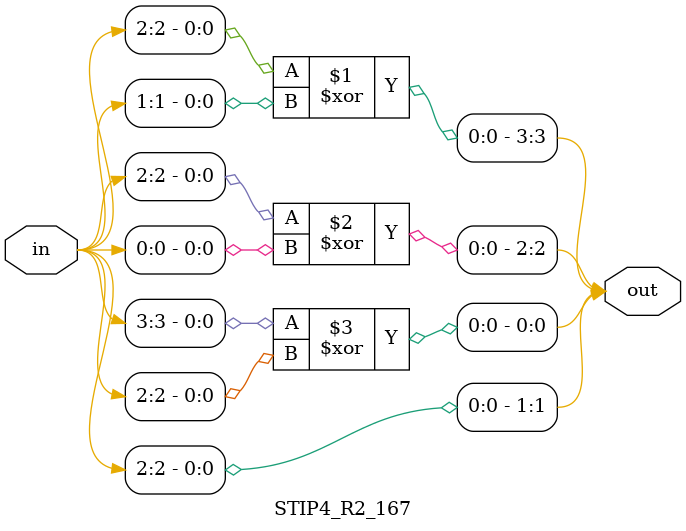
<source format=v>
module  STIP4_R2_167(in,out);
input[3:0] in;
output[3:0] out;
wire[3:0] out;
assign out[3]=in[2]^in[1];
assign out[2]=in[2]^in[0];
assign out[1]=in[2];
assign out[0]=in[3]^in[2];
endmodule

</source>
